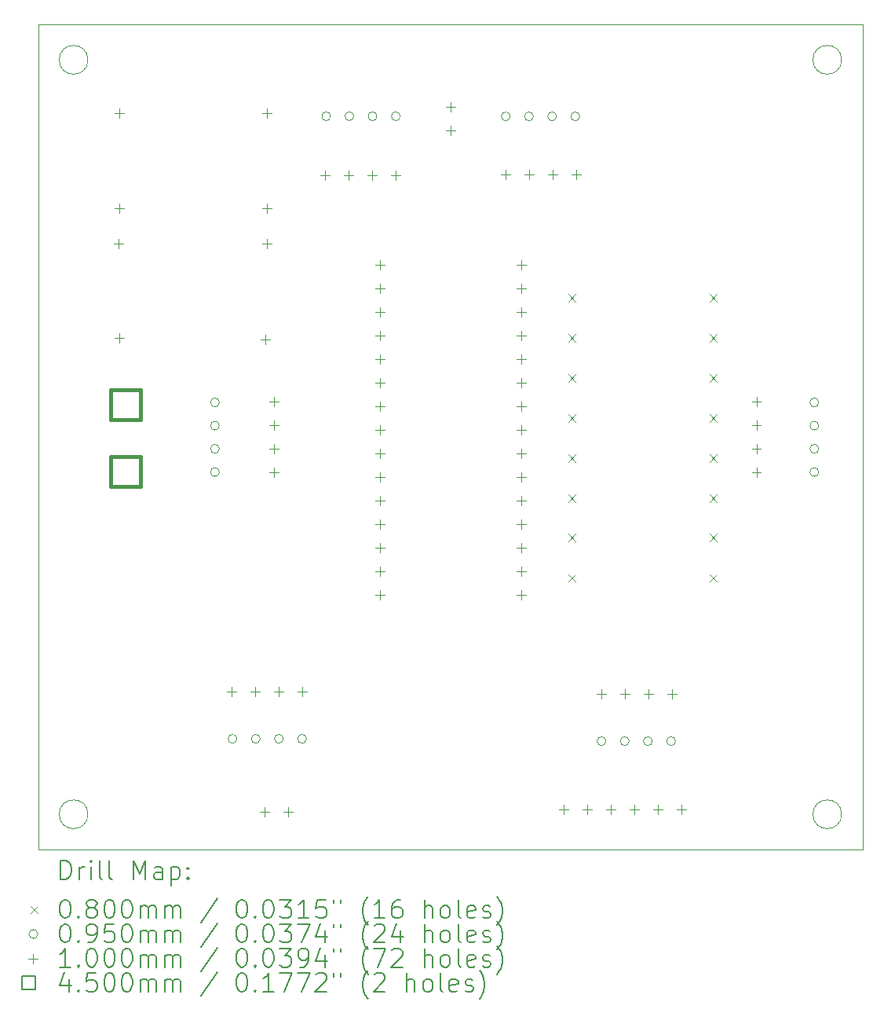
<source format=gbr>
%TF.GenerationSoftware,KiCad,Pcbnew,7.0.1*%
%TF.CreationDate,2023-05-08T23:11:17+02:00*%
%TF.ProjectId,rockobot,726f636b-6f62-46f7-942e-6b696361645f,V1*%
%TF.SameCoordinates,Original*%
%TF.FileFunction,Drillmap*%
%TF.FilePolarity,Positive*%
%FSLAX45Y45*%
G04 Gerber Fmt 4.5, Leading zero omitted, Abs format (unit mm)*
G04 Created by KiCad (PCBNEW 7.0.1) date 2023-05-08 23:11:17*
%MOMM*%
%LPD*%
G01*
G04 APERTURE LIST*
%ADD10C,0.100000*%
%ADD11C,0.200000*%
%ADD12C,0.080000*%
%ADD13C,0.095000*%
%ADD14C,0.450000*%
G04 APERTURE END LIST*
D10*
X10442000Y-14605000D02*
G75*
G03*
X10442000Y-14605000I-155000J0D01*
G01*
X9906000Y-6096000D02*
X18796000Y-6096000D01*
X18796000Y-14986000D01*
X9906000Y-14986000D01*
X9906000Y-6096000D01*
X18570000Y-6477000D02*
G75*
G03*
X18570000Y-6477000I-155000J0D01*
G01*
X18570000Y-14605000D02*
G75*
G03*
X18570000Y-14605000I-155000J0D01*
G01*
X10442000Y-6477000D02*
G75*
G03*
X10442000Y-6477000I-155000J0D01*
G01*
D11*
D12*
X15619100Y-9002400D02*
X15699100Y-9082400D01*
X15699100Y-9002400D02*
X15619100Y-9082400D01*
X15619100Y-9434200D02*
X15699100Y-9514200D01*
X15699100Y-9434200D02*
X15619100Y-9514200D01*
X15619100Y-9866000D02*
X15699100Y-9946000D01*
X15699100Y-9866000D02*
X15619100Y-9946000D01*
X15619100Y-10297800D02*
X15699100Y-10377800D01*
X15699100Y-10297800D02*
X15619100Y-10377800D01*
X15619100Y-10729600D02*
X15699100Y-10809600D01*
X15699100Y-10729600D02*
X15619100Y-10809600D01*
X15619100Y-11161400D02*
X15699100Y-11241400D01*
X15699100Y-11161400D02*
X15619100Y-11241400D01*
X15619100Y-11583900D02*
X15699100Y-11663900D01*
X15699100Y-11583900D02*
X15619100Y-11663900D01*
X15619100Y-12019900D02*
X15699100Y-12099900D01*
X15699100Y-12019900D02*
X15619100Y-12099900D01*
X17143100Y-9002400D02*
X17223100Y-9082400D01*
X17223100Y-9002400D02*
X17143100Y-9082400D01*
X17143100Y-9434200D02*
X17223100Y-9514200D01*
X17223100Y-9434200D02*
X17143100Y-9514200D01*
X17143100Y-9866000D02*
X17223100Y-9946000D01*
X17223100Y-9866000D02*
X17143100Y-9946000D01*
X17143100Y-10297800D02*
X17223100Y-10377800D01*
X17223100Y-10297800D02*
X17143100Y-10377800D01*
X17143100Y-10729600D02*
X17223100Y-10809600D01*
X17223100Y-10729600D02*
X17143100Y-10809600D01*
X17143100Y-11161400D02*
X17223100Y-11241400D01*
X17223100Y-11161400D02*
X17143100Y-11241400D01*
X17143100Y-11583900D02*
X17223100Y-11663900D01*
X17223100Y-11583900D02*
X17143100Y-11663900D01*
X17143100Y-12019900D02*
X17223100Y-12099900D01*
X17223100Y-12019900D02*
X17143100Y-12099900D01*
D13*
X11858500Y-10168000D02*
G75*
G03*
X11858500Y-10168000I-47500J0D01*
G01*
X11858500Y-10418000D02*
G75*
G03*
X11858500Y-10418000I-47500J0D01*
G01*
X11858500Y-10668000D02*
G75*
G03*
X11858500Y-10668000I-47500J0D01*
G01*
X11858500Y-10918000D02*
G75*
G03*
X11858500Y-10918000I-47500J0D01*
G01*
X12048300Y-13792200D02*
G75*
G03*
X12048300Y-13792200I-47500J0D01*
G01*
X12298300Y-13792200D02*
G75*
G03*
X12298300Y-13792200I-47500J0D01*
G01*
X12548300Y-13792200D02*
G75*
G03*
X12548300Y-13792200I-47500J0D01*
G01*
X12798300Y-13792200D02*
G75*
G03*
X12798300Y-13792200I-47500J0D01*
G01*
X13058300Y-7084900D02*
G75*
G03*
X13058300Y-7084900I-47500J0D01*
G01*
X13308300Y-7084900D02*
G75*
G03*
X13308300Y-7084900I-47500J0D01*
G01*
X13558300Y-7084900D02*
G75*
G03*
X13558300Y-7084900I-47500J0D01*
G01*
X13808300Y-7084900D02*
G75*
G03*
X13808300Y-7084900I-47500J0D01*
G01*
X14994700Y-7086600D02*
G75*
G03*
X14994700Y-7086600I-47500J0D01*
G01*
X15244700Y-7086600D02*
G75*
G03*
X15244700Y-7086600I-47500J0D01*
G01*
X15494700Y-7086600D02*
G75*
G03*
X15494700Y-7086600I-47500J0D01*
G01*
X15744700Y-7086600D02*
G75*
G03*
X15744700Y-7086600I-47500J0D01*
G01*
X16028100Y-13817600D02*
G75*
G03*
X16028100Y-13817600I-47500J0D01*
G01*
X16278100Y-13817600D02*
G75*
G03*
X16278100Y-13817600I-47500J0D01*
G01*
X16528100Y-13817600D02*
G75*
G03*
X16528100Y-13817600I-47500J0D01*
G01*
X16778100Y-13817600D02*
G75*
G03*
X16778100Y-13817600I-47500J0D01*
G01*
X18322800Y-10168000D02*
G75*
G03*
X18322800Y-10168000I-47500J0D01*
G01*
X18322800Y-10418000D02*
G75*
G03*
X18322800Y-10418000I-47500J0D01*
G01*
X18322800Y-10668000D02*
G75*
G03*
X18322800Y-10668000I-47500J0D01*
G01*
X18322800Y-10918000D02*
G75*
G03*
X18322800Y-10918000I-47500J0D01*
G01*
D10*
X10769600Y-8408200D02*
X10769600Y-8508200D01*
X10719600Y-8458200D02*
X10819600Y-8458200D01*
X10782300Y-6998500D02*
X10782300Y-7098500D01*
X10732300Y-7048500D02*
X10832300Y-7048500D01*
X10782300Y-8027200D02*
X10782300Y-8127200D01*
X10732300Y-8077200D02*
X10832300Y-8077200D01*
X10782300Y-9424200D02*
X10782300Y-9524200D01*
X10732300Y-9474200D02*
X10832300Y-9474200D01*
X11988800Y-13234200D02*
X11988800Y-13334200D01*
X11938800Y-13284200D02*
X12038800Y-13284200D01*
X12242800Y-13234200D02*
X12242800Y-13334200D01*
X12192800Y-13284200D02*
X12292800Y-13284200D01*
X12344400Y-14529600D02*
X12344400Y-14629600D01*
X12294400Y-14579600D02*
X12394400Y-14579600D01*
X12357100Y-9436900D02*
X12357100Y-9536900D01*
X12307100Y-9486900D02*
X12407100Y-9486900D01*
X12369800Y-6998500D02*
X12369800Y-7098500D01*
X12319800Y-7048500D02*
X12419800Y-7048500D01*
X12369800Y-8027200D02*
X12369800Y-8127200D01*
X12319800Y-8077200D02*
X12419800Y-8077200D01*
X12369800Y-8408200D02*
X12369800Y-8508200D01*
X12319800Y-8458200D02*
X12419800Y-8458200D01*
X12446000Y-10110000D02*
X12446000Y-10210000D01*
X12396000Y-10160000D02*
X12496000Y-10160000D01*
X12446000Y-10364000D02*
X12446000Y-10464000D01*
X12396000Y-10414000D02*
X12496000Y-10414000D01*
X12446000Y-10618000D02*
X12446000Y-10718000D01*
X12396000Y-10668000D02*
X12496000Y-10668000D01*
X12446000Y-10872000D02*
X12446000Y-10972000D01*
X12396000Y-10922000D02*
X12496000Y-10922000D01*
X12496800Y-13234200D02*
X12496800Y-13334200D01*
X12446800Y-13284200D02*
X12546800Y-13284200D01*
X12598400Y-14529600D02*
X12598400Y-14629600D01*
X12548400Y-14579600D02*
X12648400Y-14579600D01*
X12750800Y-13234200D02*
X12750800Y-13334200D01*
X12700800Y-13284200D02*
X12800800Y-13284200D01*
X12998800Y-7669900D02*
X12998800Y-7769900D01*
X12948800Y-7719900D02*
X13048800Y-7719900D01*
X13252800Y-7669900D02*
X13252800Y-7769900D01*
X13202800Y-7719900D02*
X13302800Y-7719900D01*
X13506800Y-7669900D02*
X13506800Y-7769900D01*
X13456800Y-7719900D02*
X13556800Y-7719900D01*
X13590000Y-8636800D02*
X13590000Y-8736800D01*
X13540000Y-8686800D02*
X13640000Y-8686800D01*
X13590000Y-8890800D02*
X13590000Y-8990800D01*
X13540000Y-8940800D02*
X13640000Y-8940800D01*
X13590000Y-9144800D02*
X13590000Y-9244800D01*
X13540000Y-9194800D02*
X13640000Y-9194800D01*
X13590000Y-9398800D02*
X13590000Y-9498800D01*
X13540000Y-9448800D02*
X13640000Y-9448800D01*
X13590000Y-9652800D02*
X13590000Y-9752800D01*
X13540000Y-9702800D02*
X13640000Y-9702800D01*
X13590000Y-9906800D02*
X13590000Y-10006800D01*
X13540000Y-9956800D02*
X13640000Y-9956800D01*
X13590000Y-10160800D02*
X13590000Y-10260800D01*
X13540000Y-10210800D02*
X13640000Y-10210800D01*
X13590000Y-10414800D02*
X13590000Y-10514800D01*
X13540000Y-10464800D02*
X13640000Y-10464800D01*
X13590000Y-10668800D02*
X13590000Y-10768800D01*
X13540000Y-10718800D02*
X13640000Y-10718800D01*
X13590000Y-10922800D02*
X13590000Y-11022800D01*
X13540000Y-10972800D02*
X13640000Y-10972800D01*
X13590000Y-11176800D02*
X13590000Y-11276800D01*
X13540000Y-11226800D02*
X13640000Y-11226800D01*
X13590000Y-11430800D02*
X13590000Y-11530800D01*
X13540000Y-11480800D02*
X13640000Y-11480800D01*
X13590000Y-11684800D02*
X13590000Y-11784800D01*
X13540000Y-11734800D02*
X13640000Y-11734800D01*
X13590000Y-11938800D02*
X13590000Y-12038800D01*
X13540000Y-11988800D02*
X13640000Y-11988800D01*
X13590000Y-12192800D02*
X13590000Y-12292800D01*
X13540000Y-12242800D02*
X13640000Y-12242800D01*
X13760800Y-7669900D02*
X13760800Y-7769900D01*
X13710800Y-7719900D02*
X13810800Y-7719900D01*
X14351000Y-6935000D02*
X14351000Y-7035000D01*
X14301000Y-6985000D02*
X14401000Y-6985000D01*
X14351000Y-7189000D02*
X14351000Y-7289000D01*
X14301000Y-7239000D02*
X14401000Y-7239000D01*
X14947900Y-7658900D02*
X14947900Y-7758900D01*
X14897900Y-7708900D02*
X14997900Y-7708900D01*
X15114000Y-8636800D02*
X15114000Y-8736800D01*
X15064000Y-8686800D02*
X15164000Y-8686800D01*
X15114000Y-8890800D02*
X15114000Y-8990800D01*
X15064000Y-8940800D02*
X15164000Y-8940800D01*
X15114000Y-9144800D02*
X15114000Y-9244800D01*
X15064000Y-9194800D02*
X15164000Y-9194800D01*
X15114000Y-9398800D02*
X15114000Y-9498800D01*
X15064000Y-9448800D02*
X15164000Y-9448800D01*
X15114000Y-9652800D02*
X15114000Y-9752800D01*
X15064000Y-9702800D02*
X15164000Y-9702800D01*
X15114000Y-9906800D02*
X15114000Y-10006800D01*
X15064000Y-9956800D02*
X15164000Y-9956800D01*
X15114000Y-10160800D02*
X15114000Y-10260800D01*
X15064000Y-10210800D02*
X15164000Y-10210800D01*
X15114000Y-10414800D02*
X15114000Y-10514800D01*
X15064000Y-10464800D02*
X15164000Y-10464800D01*
X15114000Y-10668800D02*
X15114000Y-10768800D01*
X15064000Y-10718800D02*
X15164000Y-10718800D01*
X15114000Y-10922800D02*
X15114000Y-11022800D01*
X15064000Y-10972800D02*
X15164000Y-10972800D01*
X15114000Y-11176800D02*
X15114000Y-11276800D01*
X15064000Y-11226800D02*
X15164000Y-11226800D01*
X15114000Y-11430800D02*
X15114000Y-11530800D01*
X15064000Y-11480800D02*
X15164000Y-11480800D01*
X15114000Y-11684800D02*
X15114000Y-11784800D01*
X15064000Y-11734800D02*
X15164000Y-11734800D01*
X15114000Y-11938800D02*
X15114000Y-12038800D01*
X15064000Y-11988800D02*
X15164000Y-11988800D01*
X15114000Y-12192800D02*
X15114000Y-12292800D01*
X15064000Y-12242800D02*
X15164000Y-12242800D01*
X15201900Y-7658900D02*
X15201900Y-7758900D01*
X15151900Y-7708900D02*
X15251900Y-7708900D01*
X15455900Y-7658900D02*
X15455900Y-7758900D01*
X15405900Y-7708900D02*
X15505900Y-7708900D01*
X15570200Y-14504200D02*
X15570200Y-14604200D01*
X15520200Y-14554200D02*
X15620200Y-14554200D01*
X15709900Y-7658900D02*
X15709900Y-7758900D01*
X15659900Y-7708900D02*
X15759900Y-7708900D01*
X15824200Y-14504200D02*
X15824200Y-14604200D01*
X15774200Y-14554200D02*
X15874200Y-14554200D01*
X15976600Y-13259600D02*
X15976600Y-13359600D01*
X15926600Y-13309600D02*
X16026600Y-13309600D01*
X16078200Y-14504200D02*
X16078200Y-14604200D01*
X16028200Y-14554200D02*
X16128200Y-14554200D01*
X16230600Y-13259600D02*
X16230600Y-13359600D01*
X16180600Y-13309600D02*
X16280600Y-13309600D01*
X16332200Y-14504200D02*
X16332200Y-14604200D01*
X16282200Y-14554200D02*
X16382200Y-14554200D01*
X16484600Y-13259600D02*
X16484600Y-13359600D01*
X16434600Y-13309600D02*
X16534600Y-13309600D01*
X16586200Y-14504200D02*
X16586200Y-14604200D01*
X16536200Y-14554200D02*
X16636200Y-14554200D01*
X16738600Y-13259600D02*
X16738600Y-13359600D01*
X16688600Y-13309600D02*
X16788600Y-13309600D01*
X16840200Y-14504200D02*
X16840200Y-14604200D01*
X16790200Y-14554200D02*
X16890200Y-14554200D01*
X17651300Y-10110000D02*
X17651300Y-10210000D01*
X17601300Y-10160000D02*
X17701300Y-10160000D01*
X17651300Y-10364000D02*
X17651300Y-10464000D01*
X17601300Y-10414000D02*
X17701300Y-10414000D01*
X17651300Y-10618000D02*
X17651300Y-10718000D01*
X17601300Y-10668000D02*
X17701300Y-10668000D01*
X17651300Y-10872000D02*
X17651300Y-10972000D01*
X17601300Y-10922000D02*
X17701300Y-10922000D01*
D14*
X11004901Y-10352501D02*
X11004901Y-10034299D01*
X10686699Y-10034299D01*
X10686699Y-10352501D01*
X11004901Y-10352501D01*
X11004901Y-11072501D02*
X11004901Y-10754299D01*
X10686699Y-10754299D01*
X10686699Y-11072501D01*
X11004901Y-11072501D01*
D11*
X10148619Y-15303524D02*
X10148619Y-15103524D01*
X10148619Y-15103524D02*
X10196238Y-15103524D01*
X10196238Y-15103524D02*
X10224810Y-15113048D01*
X10224810Y-15113048D02*
X10243857Y-15132095D01*
X10243857Y-15132095D02*
X10253381Y-15151143D01*
X10253381Y-15151143D02*
X10262905Y-15189238D01*
X10262905Y-15189238D02*
X10262905Y-15217809D01*
X10262905Y-15217809D02*
X10253381Y-15255905D01*
X10253381Y-15255905D02*
X10243857Y-15274952D01*
X10243857Y-15274952D02*
X10224810Y-15294000D01*
X10224810Y-15294000D02*
X10196238Y-15303524D01*
X10196238Y-15303524D02*
X10148619Y-15303524D01*
X10348619Y-15303524D02*
X10348619Y-15170190D01*
X10348619Y-15208286D02*
X10358143Y-15189238D01*
X10358143Y-15189238D02*
X10367667Y-15179714D01*
X10367667Y-15179714D02*
X10386714Y-15170190D01*
X10386714Y-15170190D02*
X10405762Y-15170190D01*
X10472429Y-15303524D02*
X10472429Y-15170190D01*
X10472429Y-15103524D02*
X10462905Y-15113048D01*
X10462905Y-15113048D02*
X10472429Y-15122571D01*
X10472429Y-15122571D02*
X10481952Y-15113048D01*
X10481952Y-15113048D02*
X10472429Y-15103524D01*
X10472429Y-15103524D02*
X10472429Y-15122571D01*
X10596238Y-15303524D02*
X10577190Y-15294000D01*
X10577190Y-15294000D02*
X10567667Y-15274952D01*
X10567667Y-15274952D02*
X10567667Y-15103524D01*
X10701000Y-15303524D02*
X10681952Y-15294000D01*
X10681952Y-15294000D02*
X10672429Y-15274952D01*
X10672429Y-15274952D02*
X10672429Y-15103524D01*
X10929571Y-15303524D02*
X10929571Y-15103524D01*
X10929571Y-15103524D02*
X10996238Y-15246381D01*
X10996238Y-15246381D02*
X11062905Y-15103524D01*
X11062905Y-15103524D02*
X11062905Y-15303524D01*
X11243857Y-15303524D02*
X11243857Y-15198762D01*
X11243857Y-15198762D02*
X11234333Y-15179714D01*
X11234333Y-15179714D02*
X11215286Y-15170190D01*
X11215286Y-15170190D02*
X11177190Y-15170190D01*
X11177190Y-15170190D02*
X11158143Y-15179714D01*
X11243857Y-15294000D02*
X11224809Y-15303524D01*
X11224809Y-15303524D02*
X11177190Y-15303524D01*
X11177190Y-15303524D02*
X11158143Y-15294000D01*
X11158143Y-15294000D02*
X11148619Y-15274952D01*
X11148619Y-15274952D02*
X11148619Y-15255905D01*
X11148619Y-15255905D02*
X11158143Y-15236857D01*
X11158143Y-15236857D02*
X11177190Y-15227333D01*
X11177190Y-15227333D02*
X11224809Y-15227333D01*
X11224809Y-15227333D02*
X11243857Y-15217809D01*
X11339095Y-15170190D02*
X11339095Y-15370190D01*
X11339095Y-15179714D02*
X11358143Y-15170190D01*
X11358143Y-15170190D02*
X11396238Y-15170190D01*
X11396238Y-15170190D02*
X11415286Y-15179714D01*
X11415286Y-15179714D02*
X11424809Y-15189238D01*
X11424809Y-15189238D02*
X11434333Y-15208286D01*
X11434333Y-15208286D02*
X11434333Y-15265428D01*
X11434333Y-15265428D02*
X11424809Y-15284476D01*
X11424809Y-15284476D02*
X11415286Y-15294000D01*
X11415286Y-15294000D02*
X11396238Y-15303524D01*
X11396238Y-15303524D02*
X11358143Y-15303524D01*
X11358143Y-15303524D02*
X11339095Y-15294000D01*
X11520048Y-15284476D02*
X11529571Y-15294000D01*
X11529571Y-15294000D02*
X11520048Y-15303524D01*
X11520048Y-15303524D02*
X11510524Y-15294000D01*
X11510524Y-15294000D02*
X11520048Y-15284476D01*
X11520048Y-15284476D02*
X11520048Y-15303524D01*
X11520048Y-15179714D02*
X11529571Y-15189238D01*
X11529571Y-15189238D02*
X11520048Y-15198762D01*
X11520048Y-15198762D02*
X11510524Y-15189238D01*
X11510524Y-15189238D02*
X11520048Y-15179714D01*
X11520048Y-15179714D02*
X11520048Y-15198762D01*
D12*
X9821000Y-15591000D02*
X9901000Y-15671000D01*
X9901000Y-15591000D02*
X9821000Y-15671000D01*
D11*
X10186714Y-15523524D02*
X10205762Y-15523524D01*
X10205762Y-15523524D02*
X10224810Y-15533048D01*
X10224810Y-15533048D02*
X10234333Y-15542571D01*
X10234333Y-15542571D02*
X10243857Y-15561619D01*
X10243857Y-15561619D02*
X10253381Y-15599714D01*
X10253381Y-15599714D02*
X10253381Y-15647333D01*
X10253381Y-15647333D02*
X10243857Y-15685428D01*
X10243857Y-15685428D02*
X10234333Y-15704476D01*
X10234333Y-15704476D02*
X10224810Y-15714000D01*
X10224810Y-15714000D02*
X10205762Y-15723524D01*
X10205762Y-15723524D02*
X10186714Y-15723524D01*
X10186714Y-15723524D02*
X10167667Y-15714000D01*
X10167667Y-15714000D02*
X10158143Y-15704476D01*
X10158143Y-15704476D02*
X10148619Y-15685428D01*
X10148619Y-15685428D02*
X10139095Y-15647333D01*
X10139095Y-15647333D02*
X10139095Y-15599714D01*
X10139095Y-15599714D02*
X10148619Y-15561619D01*
X10148619Y-15561619D02*
X10158143Y-15542571D01*
X10158143Y-15542571D02*
X10167667Y-15533048D01*
X10167667Y-15533048D02*
X10186714Y-15523524D01*
X10339095Y-15704476D02*
X10348619Y-15714000D01*
X10348619Y-15714000D02*
X10339095Y-15723524D01*
X10339095Y-15723524D02*
X10329571Y-15714000D01*
X10329571Y-15714000D02*
X10339095Y-15704476D01*
X10339095Y-15704476D02*
X10339095Y-15723524D01*
X10462905Y-15609238D02*
X10443857Y-15599714D01*
X10443857Y-15599714D02*
X10434333Y-15590190D01*
X10434333Y-15590190D02*
X10424810Y-15571143D01*
X10424810Y-15571143D02*
X10424810Y-15561619D01*
X10424810Y-15561619D02*
X10434333Y-15542571D01*
X10434333Y-15542571D02*
X10443857Y-15533048D01*
X10443857Y-15533048D02*
X10462905Y-15523524D01*
X10462905Y-15523524D02*
X10501000Y-15523524D01*
X10501000Y-15523524D02*
X10520048Y-15533048D01*
X10520048Y-15533048D02*
X10529571Y-15542571D01*
X10529571Y-15542571D02*
X10539095Y-15561619D01*
X10539095Y-15561619D02*
X10539095Y-15571143D01*
X10539095Y-15571143D02*
X10529571Y-15590190D01*
X10529571Y-15590190D02*
X10520048Y-15599714D01*
X10520048Y-15599714D02*
X10501000Y-15609238D01*
X10501000Y-15609238D02*
X10462905Y-15609238D01*
X10462905Y-15609238D02*
X10443857Y-15618762D01*
X10443857Y-15618762D02*
X10434333Y-15628286D01*
X10434333Y-15628286D02*
X10424810Y-15647333D01*
X10424810Y-15647333D02*
X10424810Y-15685428D01*
X10424810Y-15685428D02*
X10434333Y-15704476D01*
X10434333Y-15704476D02*
X10443857Y-15714000D01*
X10443857Y-15714000D02*
X10462905Y-15723524D01*
X10462905Y-15723524D02*
X10501000Y-15723524D01*
X10501000Y-15723524D02*
X10520048Y-15714000D01*
X10520048Y-15714000D02*
X10529571Y-15704476D01*
X10529571Y-15704476D02*
X10539095Y-15685428D01*
X10539095Y-15685428D02*
X10539095Y-15647333D01*
X10539095Y-15647333D02*
X10529571Y-15628286D01*
X10529571Y-15628286D02*
X10520048Y-15618762D01*
X10520048Y-15618762D02*
X10501000Y-15609238D01*
X10662905Y-15523524D02*
X10681952Y-15523524D01*
X10681952Y-15523524D02*
X10701000Y-15533048D01*
X10701000Y-15533048D02*
X10710524Y-15542571D01*
X10710524Y-15542571D02*
X10720048Y-15561619D01*
X10720048Y-15561619D02*
X10729571Y-15599714D01*
X10729571Y-15599714D02*
X10729571Y-15647333D01*
X10729571Y-15647333D02*
X10720048Y-15685428D01*
X10720048Y-15685428D02*
X10710524Y-15704476D01*
X10710524Y-15704476D02*
X10701000Y-15714000D01*
X10701000Y-15714000D02*
X10681952Y-15723524D01*
X10681952Y-15723524D02*
X10662905Y-15723524D01*
X10662905Y-15723524D02*
X10643857Y-15714000D01*
X10643857Y-15714000D02*
X10634333Y-15704476D01*
X10634333Y-15704476D02*
X10624810Y-15685428D01*
X10624810Y-15685428D02*
X10615286Y-15647333D01*
X10615286Y-15647333D02*
X10615286Y-15599714D01*
X10615286Y-15599714D02*
X10624810Y-15561619D01*
X10624810Y-15561619D02*
X10634333Y-15542571D01*
X10634333Y-15542571D02*
X10643857Y-15533048D01*
X10643857Y-15533048D02*
X10662905Y-15523524D01*
X10853381Y-15523524D02*
X10872429Y-15523524D01*
X10872429Y-15523524D02*
X10891476Y-15533048D01*
X10891476Y-15533048D02*
X10901000Y-15542571D01*
X10901000Y-15542571D02*
X10910524Y-15561619D01*
X10910524Y-15561619D02*
X10920048Y-15599714D01*
X10920048Y-15599714D02*
X10920048Y-15647333D01*
X10920048Y-15647333D02*
X10910524Y-15685428D01*
X10910524Y-15685428D02*
X10901000Y-15704476D01*
X10901000Y-15704476D02*
X10891476Y-15714000D01*
X10891476Y-15714000D02*
X10872429Y-15723524D01*
X10872429Y-15723524D02*
X10853381Y-15723524D01*
X10853381Y-15723524D02*
X10834333Y-15714000D01*
X10834333Y-15714000D02*
X10824810Y-15704476D01*
X10824810Y-15704476D02*
X10815286Y-15685428D01*
X10815286Y-15685428D02*
X10805762Y-15647333D01*
X10805762Y-15647333D02*
X10805762Y-15599714D01*
X10805762Y-15599714D02*
X10815286Y-15561619D01*
X10815286Y-15561619D02*
X10824810Y-15542571D01*
X10824810Y-15542571D02*
X10834333Y-15533048D01*
X10834333Y-15533048D02*
X10853381Y-15523524D01*
X11005762Y-15723524D02*
X11005762Y-15590190D01*
X11005762Y-15609238D02*
X11015286Y-15599714D01*
X11015286Y-15599714D02*
X11034333Y-15590190D01*
X11034333Y-15590190D02*
X11062905Y-15590190D01*
X11062905Y-15590190D02*
X11081952Y-15599714D01*
X11081952Y-15599714D02*
X11091476Y-15618762D01*
X11091476Y-15618762D02*
X11091476Y-15723524D01*
X11091476Y-15618762D02*
X11101000Y-15599714D01*
X11101000Y-15599714D02*
X11120048Y-15590190D01*
X11120048Y-15590190D02*
X11148619Y-15590190D01*
X11148619Y-15590190D02*
X11167667Y-15599714D01*
X11167667Y-15599714D02*
X11177191Y-15618762D01*
X11177191Y-15618762D02*
X11177191Y-15723524D01*
X11272429Y-15723524D02*
X11272429Y-15590190D01*
X11272429Y-15609238D02*
X11281952Y-15599714D01*
X11281952Y-15599714D02*
X11301000Y-15590190D01*
X11301000Y-15590190D02*
X11329571Y-15590190D01*
X11329571Y-15590190D02*
X11348619Y-15599714D01*
X11348619Y-15599714D02*
X11358143Y-15618762D01*
X11358143Y-15618762D02*
X11358143Y-15723524D01*
X11358143Y-15618762D02*
X11367667Y-15599714D01*
X11367667Y-15599714D02*
X11386714Y-15590190D01*
X11386714Y-15590190D02*
X11415286Y-15590190D01*
X11415286Y-15590190D02*
X11434333Y-15599714D01*
X11434333Y-15599714D02*
X11443857Y-15618762D01*
X11443857Y-15618762D02*
X11443857Y-15723524D01*
X11834333Y-15514000D02*
X11662905Y-15771143D01*
X12091476Y-15523524D02*
X12110524Y-15523524D01*
X12110524Y-15523524D02*
X12129572Y-15533048D01*
X12129572Y-15533048D02*
X12139095Y-15542571D01*
X12139095Y-15542571D02*
X12148619Y-15561619D01*
X12148619Y-15561619D02*
X12158143Y-15599714D01*
X12158143Y-15599714D02*
X12158143Y-15647333D01*
X12158143Y-15647333D02*
X12148619Y-15685428D01*
X12148619Y-15685428D02*
X12139095Y-15704476D01*
X12139095Y-15704476D02*
X12129572Y-15714000D01*
X12129572Y-15714000D02*
X12110524Y-15723524D01*
X12110524Y-15723524D02*
X12091476Y-15723524D01*
X12091476Y-15723524D02*
X12072429Y-15714000D01*
X12072429Y-15714000D02*
X12062905Y-15704476D01*
X12062905Y-15704476D02*
X12053381Y-15685428D01*
X12053381Y-15685428D02*
X12043857Y-15647333D01*
X12043857Y-15647333D02*
X12043857Y-15599714D01*
X12043857Y-15599714D02*
X12053381Y-15561619D01*
X12053381Y-15561619D02*
X12062905Y-15542571D01*
X12062905Y-15542571D02*
X12072429Y-15533048D01*
X12072429Y-15533048D02*
X12091476Y-15523524D01*
X12243857Y-15704476D02*
X12253381Y-15714000D01*
X12253381Y-15714000D02*
X12243857Y-15723524D01*
X12243857Y-15723524D02*
X12234333Y-15714000D01*
X12234333Y-15714000D02*
X12243857Y-15704476D01*
X12243857Y-15704476D02*
X12243857Y-15723524D01*
X12377191Y-15523524D02*
X12396238Y-15523524D01*
X12396238Y-15523524D02*
X12415286Y-15533048D01*
X12415286Y-15533048D02*
X12424810Y-15542571D01*
X12424810Y-15542571D02*
X12434333Y-15561619D01*
X12434333Y-15561619D02*
X12443857Y-15599714D01*
X12443857Y-15599714D02*
X12443857Y-15647333D01*
X12443857Y-15647333D02*
X12434333Y-15685428D01*
X12434333Y-15685428D02*
X12424810Y-15704476D01*
X12424810Y-15704476D02*
X12415286Y-15714000D01*
X12415286Y-15714000D02*
X12396238Y-15723524D01*
X12396238Y-15723524D02*
X12377191Y-15723524D01*
X12377191Y-15723524D02*
X12358143Y-15714000D01*
X12358143Y-15714000D02*
X12348619Y-15704476D01*
X12348619Y-15704476D02*
X12339095Y-15685428D01*
X12339095Y-15685428D02*
X12329572Y-15647333D01*
X12329572Y-15647333D02*
X12329572Y-15599714D01*
X12329572Y-15599714D02*
X12339095Y-15561619D01*
X12339095Y-15561619D02*
X12348619Y-15542571D01*
X12348619Y-15542571D02*
X12358143Y-15533048D01*
X12358143Y-15533048D02*
X12377191Y-15523524D01*
X12510524Y-15523524D02*
X12634333Y-15523524D01*
X12634333Y-15523524D02*
X12567667Y-15599714D01*
X12567667Y-15599714D02*
X12596238Y-15599714D01*
X12596238Y-15599714D02*
X12615286Y-15609238D01*
X12615286Y-15609238D02*
X12624810Y-15618762D01*
X12624810Y-15618762D02*
X12634333Y-15637809D01*
X12634333Y-15637809D02*
X12634333Y-15685428D01*
X12634333Y-15685428D02*
X12624810Y-15704476D01*
X12624810Y-15704476D02*
X12615286Y-15714000D01*
X12615286Y-15714000D02*
X12596238Y-15723524D01*
X12596238Y-15723524D02*
X12539095Y-15723524D01*
X12539095Y-15723524D02*
X12520048Y-15714000D01*
X12520048Y-15714000D02*
X12510524Y-15704476D01*
X12824810Y-15723524D02*
X12710524Y-15723524D01*
X12767667Y-15723524D02*
X12767667Y-15523524D01*
X12767667Y-15523524D02*
X12748619Y-15552095D01*
X12748619Y-15552095D02*
X12729572Y-15571143D01*
X12729572Y-15571143D02*
X12710524Y-15580667D01*
X13005762Y-15523524D02*
X12910524Y-15523524D01*
X12910524Y-15523524D02*
X12901000Y-15618762D01*
X12901000Y-15618762D02*
X12910524Y-15609238D01*
X12910524Y-15609238D02*
X12929572Y-15599714D01*
X12929572Y-15599714D02*
X12977191Y-15599714D01*
X12977191Y-15599714D02*
X12996238Y-15609238D01*
X12996238Y-15609238D02*
X13005762Y-15618762D01*
X13005762Y-15618762D02*
X13015286Y-15637809D01*
X13015286Y-15637809D02*
X13015286Y-15685428D01*
X13015286Y-15685428D02*
X13005762Y-15704476D01*
X13005762Y-15704476D02*
X12996238Y-15714000D01*
X12996238Y-15714000D02*
X12977191Y-15723524D01*
X12977191Y-15723524D02*
X12929572Y-15723524D01*
X12929572Y-15723524D02*
X12910524Y-15714000D01*
X12910524Y-15714000D02*
X12901000Y-15704476D01*
X13091476Y-15523524D02*
X13091476Y-15561619D01*
X13167667Y-15523524D02*
X13167667Y-15561619D01*
X13462905Y-15799714D02*
X13453381Y-15790190D01*
X13453381Y-15790190D02*
X13434334Y-15761619D01*
X13434334Y-15761619D02*
X13424810Y-15742571D01*
X13424810Y-15742571D02*
X13415286Y-15714000D01*
X13415286Y-15714000D02*
X13405762Y-15666381D01*
X13405762Y-15666381D02*
X13405762Y-15628286D01*
X13405762Y-15628286D02*
X13415286Y-15580667D01*
X13415286Y-15580667D02*
X13424810Y-15552095D01*
X13424810Y-15552095D02*
X13434334Y-15533048D01*
X13434334Y-15533048D02*
X13453381Y-15504476D01*
X13453381Y-15504476D02*
X13462905Y-15494952D01*
X13643857Y-15723524D02*
X13529572Y-15723524D01*
X13586714Y-15723524D02*
X13586714Y-15523524D01*
X13586714Y-15523524D02*
X13567667Y-15552095D01*
X13567667Y-15552095D02*
X13548619Y-15571143D01*
X13548619Y-15571143D02*
X13529572Y-15580667D01*
X13815286Y-15523524D02*
X13777191Y-15523524D01*
X13777191Y-15523524D02*
X13758143Y-15533048D01*
X13758143Y-15533048D02*
X13748619Y-15542571D01*
X13748619Y-15542571D02*
X13729572Y-15571143D01*
X13729572Y-15571143D02*
X13720048Y-15609238D01*
X13720048Y-15609238D02*
X13720048Y-15685428D01*
X13720048Y-15685428D02*
X13729572Y-15704476D01*
X13729572Y-15704476D02*
X13739095Y-15714000D01*
X13739095Y-15714000D02*
X13758143Y-15723524D01*
X13758143Y-15723524D02*
X13796238Y-15723524D01*
X13796238Y-15723524D02*
X13815286Y-15714000D01*
X13815286Y-15714000D02*
X13824810Y-15704476D01*
X13824810Y-15704476D02*
X13834334Y-15685428D01*
X13834334Y-15685428D02*
X13834334Y-15637809D01*
X13834334Y-15637809D02*
X13824810Y-15618762D01*
X13824810Y-15618762D02*
X13815286Y-15609238D01*
X13815286Y-15609238D02*
X13796238Y-15599714D01*
X13796238Y-15599714D02*
X13758143Y-15599714D01*
X13758143Y-15599714D02*
X13739095Y-15609238D01*
X13739095Y-15609238D02*
X13729572Y-15618762D01*
X13729572Y-15618762D02*
X13720048Y-15637809D01*
X14072429Y-15723524D02*
X14072429Y-15523524D01*
X14158143Y-15723524D02*
X14158143Y-15618762D01*
X14158143Y-15618762D02*
X14148619Y-15599714D01*
X14148619Y-15599714D02*
X14129572Y-15590190D01*
X14129572Y-15590190D02*
X14101000Y-15590190D01*
X14101000Y-15590190D02*
X14081953Y-15599714D01*
X14081953Y-15599714D02*
X14072429Y-15609238D01*
X14281953Y-15723524D02*
X14262905Y-15714000D01*
X14262905Y-15714000D02*
X14253381Y-15704476D01*
X14253381Y-15704476D02*
X14243857Y-15685428D01*
X14243857Y-15685428D02*
X14243857Y-15628286D01*
X14243857Y-15628286D02*
X14253381Y-15609238D01*
X14253381Y-15609238D02*
X14262905Y-15599714D01*
X14262905Y-15599714D02*
X14281953Y-15590190D01*
X14281953Y-15590190D02*
X14310524Y-15590190D01*
X14310524Y-15590190D02*
X14329572Y-15599714D01*
X14329572Y-15599714D02*
X14339096Y-15609238D01*
X14339096Y-15609238D02*
X14348619Y-15628286D01*
X14348619Y-15628286D02*
X14348619Y-15685428D01*
X14348619Y-15685428D02*
X14339096Y-15704476D01*
X14339096Y-15704476D02*
X14329572Y-15714000D01*
X14329572Y-15714000D02*
X14310524Y-15723524D01*
X14310524Y-15723524D02*
X14281953Y-15723524D01*
X14462905Y-15723524D02*
X14443857Y-15714000D01*
X14443857Y-15714000D02*
X14434334Y-15694952D01*
X14434334Y-15694952D02*
X14434334Y-15523524D01*
X14615286Y-15714000D02*
X14596238Y-15723524D01*
X14596238Y-15723524D02*
X14558143Y-15723524D01*
X14558143Y-15723524D02*
X14539096Y-15714000D01*
X14539096Y-15714000D02*
X14529572Y-15694952D01*
X14529572Y-15694952D02*
X14529572Y-15618762D01*
X14529572Y-15618762D02*
X14539096Y-15599714D01*
X14539096Y-15599714D02*
X14558143Y-15590190D01*
X14558143Y-15590190D02*
X14596238Y-15590190D01*
X14596238Y-15590190D02*
X14615286Y-15599714D01*
X14615286Y-15599714D02*
X14624810Y-15618762D01*
X14624810Y-15618762D02*
X14624810Y-15637809D01*
X14624810Y-15637809D02*
X14529572Y-15656857D01*
X14701000Y-15714000D02*
X14720048Y-15723524D01*
X14720048Y-15723524D02*
X14758143Y-15723524D01*
X14758143Y-15723524D02*
X14777191Y-15714000D01*
X14777191Y-15714000D02*
X14786715Y-15694952D01*
X14786715Y-15694952D02*
X14786715Y-15685428D01*
X14786715Y-15685428D02*
X14777191Y-15666381D01*
X14777191Y-15666381D02*
X14758143Y-15656857D01*
X14758143Y-15656857D02*
X14729572Y-15656857D01*
X14729572Y-15656857D02*
X14710524Y-15647333D01*
X14710524Y-15647333D02*
X14701000Y-15628286D01*
X14701000Y-15628286D02*
X14701000Y-15618762D01*
X14701000Y-15618762D02*
X14710524Y-15599714D01*
X14710524Y-15599714D02*
X14729572Y-15590190D01*
X14729572Y-15590190D02*
X14758143Y-15590190D01*
X14758143Y-15590190D02*
X14777191Y-15599714D01*
X14853381Y-15799714D02*
X14862905Y-15790190D01*
X14862905Y-15790190D02*
X14881953Y-15761619D01*
X14881953Y-15761619D02*
X14891477Y-15742571D01*
X14891477Y-15742571D02*
X14901000Y-15714000D01*
X14901000Y-15714000D02*
X14910524Y-15666381D01*
X14910524Y-15666381D02*
X14910524Y-15628286D01*
X14910524Y-15628286D02*
X14901000Y-15580667D01*
X14901000Y-15580667D02*
X14891477Y-15552095D01*
X14891477Y-15552095D02*
X14881953Y-15533048D01*
X14881953Y-15533048D02*
X14862905Y-15504476D01*
X14862905Y-15504476D02*
X14853381Y-15494952D01*
D13*
X9901000Y-15895000D02*
G75*
G03*
X9901000Y-15895000I-47500J0D01*
G01*
D11*
X10186714Y-15787524D02*
X10205762Y-15787524D01*
X10205762Y-15787524D02*
X10224810Y-15797048D01*
X10224810Y-15797048D02*
X10234333Y-15806571D01*
X10234333Y-15806571D02*
X10243857Y-15825619D01*
X10243857Y-15825619D02*
X10253381Y-15863714D01*
X10253381Y-15863714D02*
X10253381Y-15911333D01*
X10253381Y-15911333D02*
X10243857Y-15949428D01*
X10243857Y-15949428D02*
X10234333Y-15968476D01*
X10234333Y-15968476D02*
X10224810Y-15978000D01*
X10224810Y-15978000D02*
X10205762Y-15987524D01*
X10205762Y-15987524D02*
X10186714Y-15987524D01*
X10186714Y-15987524D02*
X10167667Y-15978000D01*
X10167667Y-15978000D02*
X10158143Y-15968476D01*
X10158143Y-15968476D02*
X10148619Y-15949428D01*
X10148619Y-15949428D02*
X10139095Y-15911333D01*
X10139095Y-15911333D02*
X10139095Y-15863714D01*
X10139095Y-15863714D02*
X10148619Y-15825619D01*
X10148619Y-15825619D02*
X10158143Y-15806571D01*
X10158143Y-15806571D02*
X10167667Y-15797048D01*
X10167667Y-15797048D02*
X10186714Y-15787524D01*
X10339095Y-15968476D02*
X10348619Y-15978000D01*
X10348619Y-15978000D02*
X10339095Y-15987524D01*
X10339095Y-15987524D02*
X10329571Y-15978000D01*
X10329571Y-15978000D02*
X10339095Y-15968476D01*
X10339095Y-15968476D02*
X10339095Y-15987524D01*
X10443857Y-15987524D02*
X10481952Y-15987524D01*
X10481952Y-15987524D02*
X10501000Y-15978000D01*
X10501000Y-15978000D02*
X10510524Y-15968476D01*
X10510524Y-15968476D02*
X10529571Y-15939905D01*
X10529571Y-15939905D02*
X10539095Y-15901809D01*
X10539095Y-15901809D02*
X10539095Y-15825619D01*
X10539095Y-15825619D02*
X10529571Y-15806571D01*
X10529571Y-15806571D02*
X10520048Y-15797048D01*
X10520048Y-15797048D02*
X10501000Y-15787524D01*
X10501000Y-15787524D02*
X10462905Y-15787524D01*
X10462905Y-15787524D02*
X10443857Y-15797048D01*
X10443857Y-15797048D02*
X10434333Y-15806571D01*
X10434333Y-15806571D02*
X10424810Y-15825619D01*
X10424810Y-15825619D02*
X10424810Y-15873238D01*
X10424810Y-15873238D02*
X10434333Y-15892286D01*
X10434333Y-15892286D02*
X10443857Y-15901809D01*
X10443857Y-15901809D02*
X10462905Y-15911333D01*
X10462905Y-15911333D02*
X10501000Y-15911333D01*
X10501000Y-15911333D02*
X10520048Y-15901809D01*
X10520048Y-15901809D02*
X10529571Y-15892286D01*
X10529571Y-15892286D02*
X10539095Y-15873238D01*
X10720048Y-15787524D02*
X10624810Y-15787524D01*
X10624810Y-15787524D02*
X10615286Y-15882762D01*
X10615286Y-15882762D02*
X10624810Y-15873238D01*
X10624810Y-15873238D02*
X10643857Y-15863714D01*
X10643857Y-15863714D02*
X10691476Y-15863714D01*
X10691476Y-15863714D02*
X10710524Y-15873238D01*
X10710524Y-15873238D02*
X10720048Y-15882762D01*
X10720048Y-15882762D02*
X10729571Y-15901809D01*
X10729571Y-15901809D02*
X10729571Y-15949428D01*
X10729571Y-15949428D02*
X10720048Y-15968476D01*
X10720048Y-15968476D02*
X10710524Y-15978000D01*
X10710524Y-15978000D02*
X10691476Y-15987524D01*
X10691476Y-15987524D02*
X10643857Y-15987524D01*
X10643857Y-15987524D02*
X10624810Y-15978000D01*
X10624810Y-15978000D02*
X10615286Y-15968476D01*
X10853381Y-15787524D02*
X10872429Y-15787524D01*
X10872429Y-15787524D02*
X10891476Y-15797048D01*
X10891476Y-15797048D02*
X10901000Y-15806571D01*
X10901000Y-15806571D02*
X10910524Y-15825619D01*
X10910524Y-15825619D02*
X10920048Y-15863714D01*
X10920048Y-15863714D02*
X10920048Y-15911333D01*
X10920048Y-15911333D02*
X10910524Y-15949428D01*
X10910524Y-15949428D02*
X10901000Y-15968476D01*
X10901000Y-15968476D02*
X10891476Y-15978000D01*
X10891476Y-15978000D02*
X10872429Y-15987524D01*
X10872429Y-15987524D02*
X10853381Y-15987524D01*
X10853381Y-15987524D02*
X10834333Y-15978000D01*
X10834333Y-15978000D02*
X10824810Y-15968476D01*
X10824810Y-15968476D02*
X10815286Y-15949428D01*
X10815286Y-15949428D02*
X10805762Y-15911333D01*
X10805762Y-15911333D02*
X10805762Y-15863714D01*
X10805762Y-15863714D02*
X10815286Y-15825619D01*
X10815286Y-15825619D02*
X10824810Y-15806571D01*
X10824810Y-15806571D02*
X10834333Y-15797048D01*
X10834333Y-15797048D02*
X10853381Y-15787524D01*
X11005762Y-15987524D02*
X11005762Y-15854190D01*
X11005762Y-15873238D02*
X11015286Y-15863714D01*
X11015286Y-15863714D02*
X11034333Y-15854190D01*
X11034333Y-15854190D02*
X11062905Y-15854190D01*
X11062905Y-15854190D02*
X11081952Y-15863714D01*
X11081952Y-15863714D02*
X11091476Y-15882762D01*
X11091476Y-15882762D02*
X11091476Y-15987524D01*
X11091476Y-15882762D02*
X11101000Y-15863714D01*
X11101000Y-15863714D02*
X11120048Y-15854190D01*
X11120048Y-15854190D02*
X11148619Y-15854190D01*
X11148619Y-15854190D02*
X11167667Y-15863714D01*
X11167667Y-15863714D02*
X11177191Y-15882762D01*
X11177191Y-15882762D02*
X11177191Y-15987524D01*
X11272429Y-15987524D02*
X11272429Y-15854190D01*
X11272429Y-15873238D02*
X11281952Y-15863714D01*
X11281952Y-15863714D02*
X11301000Y-15854190D01*
X11301000Y-15854190D02*
X11329571Y-15854190D01*
X11329571Y-15854190D02*
X11348619Y-15863714D01*
X11348619Y-15863714D02*
X11358143Y-15882762D01*
X11358143Y-15882762D02*
X11358143Y-15987524D01*
X11358143Y-15882762D02*
X11367667Y-15863714D01*
X11367667Y-15863714D02*
X11386714Y-15854190D01*
X11386714Y-15854190D02*
X11415286Y-15854190D01*
X11415286Y-15854190D02*
X11434333Y-15863714D01*
X11434333Y-15863714D02*
X11443857Y-15882762D01*
X11443857Y-15882762D02*
X11443857Y-15987524D01*
X11834333Y-15778000D02*
X11662905Y-16035143D01*
X12091476Y-15787524D02*
X12110524Y-15787524D01*
X12110524Y-15787524D02*
X12129572Y-15797048D01*
X12129572Y-15797048D02*
X12139095Y-15806571D01*
X12139095Y-15806571D02*
X12148619Y-15825619D01*
X12148619Y-15825619D02*
X12158143Y-15863714D01*
X12158143Y-15863714D02*
X12158143Y-15911333D01*
X12158143Y-15911333D02*
X12148619Y-15949428D01*
X12148619Y-15949428D02*
X12139095Y-15968476D01*
X12139095Y-15968476D02*
X12129572Y-15978000D01*
X12129572Y-15978000D02*
X12110524Y-15987524D01*
X12110524Y-15987524D02*
X12091476Y-15987524D01*
X12091476Y-15987524D02*
X12072429Y-15978000D01*
X12072429Y-15978000D02*
X12062905Y-15968476D01*
X12062905Y-15968476D02*
X12053381Y-15949428D01*
X12053381Y-15949428D02*
X12043857Y-15911333D01*
X12043857Y-15911333D02*
X12043857Y-15863714D01*
X12043857Y-15863714D02*
X12053381Y-15825619D01*
X12053381Y-15825619D02*
X12062905Y-15806571D01*
X12062905Y-15806571D02*
X12072429Y-15797048D01*
X12072429Y-15797048D02*
X12091476Y-15787524D01*
X12243857Y-15968476D02*
X12253381Y-15978000D01*
X12253381Y-15978000D02*
X12243857Y-15987524D01*
X12243857Y-15987524D02*
X12234333Y-15978000D01*
X12234333Y-15978000D02*
X12243857Y-15968476D01*
X12243857Y-15968476D02*
X12243857Y-15987524D01*
X12377191Y-15787524D02*
X12396238Y-15787524D01*
X12396238Y-15787524D02*
X12415286Y-15797048D01*
X12415286Y-15797048D02*
X12424810Y-15806571D01*
X12424810Y-15806571D02*
X12434333Y-15825619D01*
X12434333Y-15825619D02*
X12443857Y-15863714D01*
X12443857Y-15863714D02*
X12443857Y-15911333D01*
X12443857Y-15911333D02*
X12434333Y-15949428D01*
X12434333Y-15949428D02*
X12424810Y-15968476D01*
X12424810Y-15968476D02*
X12415286Y-15978000D01*
X12415286Y-15978000D02*
X12396238Y-15987524D01*
X12396238Y-15987524D02*
X12377191Y-15987524D01*
X12377191Y-15987524D02*
X12358143Y-15978000D01*
X12358143Y-15978000D02*
X12348619Y-15968476D01*
X12348619Y-15968476D02*
X12339095Y-15949428D01*
X12339095Y-15949428D02*
X12329572Y-15911333D01*
X12329572Y-15911333D02*
X12329572Y-15863714D01*
X12329572Y-15863714D02*
X12339095Y-15825619D01*
X12339095Y-15825619D02*
X12348619Y-15806571D01*
X12348619Y-15806571D02*
X12358143Y-15797048D01*
X12358143Y-15797048D02*
X12377191Y-15787524D01*
X12510524Y-15787524D02*
X12634333Y-15787524D01*
X12634333Y-15787524D02*
X12567667Y-15863714D01*
X12567667Y-15863714D02*
X12596238Y-15863714D01*
X12596238Y-15863714D02*
X12615286Y-15873238D01*
X12615286Y-15873238D02*
X12624810Y-15882762D01*
X12624810Y-15882762D02*
X12634333Y-15901809D01*
X12634333Y-15901809D02*
X12634333Y-15949428D01*
X12634333Y-15949428D02*
X12624810Y-15968476D01*
X12624810Y-15968476D02*
X12615286Y-15978000D01*
X12615286Y-15978000D02*
X12596238Y-15987524D01*
X12596238Y-15987524D02*
X12539095Y-15987524D01*
X12539095Y-15987524D02*
X12520048Y-15978000D01*
X12520048Y-15978000D02*
X12510524Y-15968476D01*
X12701000Y-15787524D02*
X12834333Y-15787524D01*
X12834333Y-15787524D02*
X12748619Y-15987524D01*
X12996238Y-15854190D02*
X12996238Y-15987524D01*
X12948619Y-15778000D02*
X12901000Y-15920857D01*
X12901000Y-15920857D02*
X13024810Y-15920857D01*
X13091476Y-15787524D02*
X13091476Y-15825619D01*
X13167667Y-15787524D02*
X13167667Y-15825619D01*
X13462905Y-16063714D02*
X13453381Y-16054190D01*
X13453381Y-16054190D02*
X13434334Y-16025619D01*
X13434334Y-16025619D02*
X13424810Y-16006571D01*
X13424810Y-16006571D02*
X13415286Y-15978000D01*
X13415286Y-15978000D02*
X13405762Y-15930381D01*
X13405762Y-15930381D02*
X13405762Y-15892286D01*
X13405762Y-15892286D02*
X13415286Y-15844667D01*
X13415286Y-15844667D02*
X13424810Y-15816095D01*
X13424810Y-15816095D02*
X13434334Y-15797048D01*
X13434334Y-15797048D02*
X13453381Y-15768476D01*
X13453381Y-15768476D02*
X13462905Y-15758952D01*
X13529572Y-15806571D02*
X13539095Y-15797048D01*
X13539095Y-15797048D02*
X13558143Y-15787524D01*
X13558143Y-15787524D02*
X13605762Y-15787524D01*
X13605762Y-15787524D02*
X13624810Y-15797048D01*
X13624810Y-15797048D02*
X13634334Y-15806571D01*
X13634334Y-15806571D02*
X13643857Y-15825619D01*
X13643857Y-15825619D02*
X13643857Y-15844667D01*
X13643857Y-15844667D02*
X13634334Y-15873238D01*
X13634334Y-15873238D02*
X13520048Y-15987524D01*
X13520048Y-15987524D02*
X13643857Y-15987524D01*
X13815286Y-15854190D02*
X13815286Y-15987524D01*
X13767667Y-15778000D02*
X13720048Y-15920857D01*
X13720048Y-15920857D02*
X13843857Y-15920857D01*
X14072429Y-15987524D02*
X14072429Y-15787524D01*
X14158143Y-15987524D02*
X14158143Y-15882762D01*
X14158143Y-15882762D02*
X14148619Y-15863714D01*
X14148619Y-15863714D02*
X14129572Y-15854190D01*
X14129572Y-15854190D02*
X14101000Y-15854190D01*
X14101000Y-15854190D02*
X14081953Y-15863714D01*
X14081953Y-15863714D02*
X14072429Y-15873238D01*
X14281953Y-15987524D02*
X14262905Y-15978000D01*
X14262905Y-15978000D02*
X14253381Y-15968476D01*
X14253381Y-15968476D02*
X14243857Y-15949428D01*
X14243857Y-15949428D02*
X14243857Y-15892286D01*
X14243857Y-15892286D02*
X14253381Y-15873238D01*
X14253381Y-15873238D02*
X14262905Y-15863714D01*
X14262905Y-15863714D02*
X14281953Y-15854190D01*
X14281953Y-15854190D02*
X14310524Y-15854190D01*
X14310524Y-15854190D02*
X14329572Y-15863714D01*
X14329572Y-15863714D02*
X14339096Y-15873238D01*
X14339096Y-15873238D02*
X14348619Y-15892286D01*
X14348619Y-15892286D02*
X14348619Y-15949428D01*
X14348619Y-15949428D02*
X14339096Y-15968476D01*
X14339096Y-15968476D02*
X14329572Y-15978000D01*
X14329572Y-15978000D02*
X14310524Y-15987524D01*
X14310524Y-15987524D02*
X14281953Y-15987524D01*
X14462905Y-15987524D02*
X14443857Y-15978000D01*
X14443857Y-15978000D02*
X14434334Y-15958952D01*
X14434334Y-15958952D02*
X14434334Y-15787524D01*
X14615286Y-15978000D02*
X14596238Y-15987524D01*
X14596238Y-15987524D02*
X14558143Y-15987524D01*
X14558143Y-15987524D02*
X14539096Y-15978000D01*
X14539096Y-15978000D02*
X14529572Y-15958952D01*
X14529572Y-15958952D02*
X14529572Y-15882762D01*
X14529572Y-15882762D02*
X14539096Y-15863714D01*
X14539096Y-15863714D02*
X14558143Y-15854190D01*
X14558143Y-15854190D02*
X14596238Y-15854190D01*
X14596238Y-15854190D02*
X14615286Y-15863714D01*
X14615286Y-15863714D02*
X14624810Y-15882762D01*
X14624810Y-15882762D02*
X14624810Y-15901809D01*
X14624810Y-15901809D02*
X14529572Y-15920857D01*
X14701000Y-15978000D02*
X14720048Y-15987524D01*
X14720048Y-15987524D02*
X14758143Y-15987524D01*
X14758143Y-15987524D02*
X14777191Y-15978000D01*
X14777191Y-15978000D02*
X14786715Y-15958952D01*
X14786715Y-15958952D02*
X14786715Y-15949428D01*
X14786715Y-15949428D02*
X14777191Y-15930381D01*
X14777191Y-15930381D02*
X14758143Y-15920857D01*
X14758143Y-15920857D02*
X14729572Y-15920857D01*
X14729572Y-15920857D02*
X14710524Y-15911333D01*
X14710524Y-15911333D02*
X14701000Y-15892286D01*
X14701000Y-15892286D02*
X14701000Y-15882762D01*
X14701000Y-15882762D02*
X14710524Y-15863714D01*
X14710524Y-15863714D02*
X14729572Y-15854190D01*
X14729572Y-15854190D02*
X14758143Y-15854190D01*
X14758143Y-15854190D02*
X14777191Y-15863714D01*
X14853381Y-16063714D02*
X14862905Y-16054190D01*
X14862905Y-16054190D02*
X14881953Y-16025619D01*
X14881953Y-16025619D02*
X14891477Y-16006571D01*
X14891477Y-16006571D02*
X14901000Y-15978000D01*
X14901000Y-15978000D02*
X14910524Y-15930381D01*
X14910524Y-15930381D02*
X14910524Y-15892286D01*
X14910524Y-15892286D02*
X14901000Y-15844667D01*
X14901000Y-15844667D02*
X14891477Y-15816095D01*
X14891477Y-15816095D02*
X14881953Y-15797048D01*
X14881953Y-15797048D02*
X14862905Y-15768476D01*
X14862905Y-15768476D02*
X14853381Y-15758952D01*
D10*
X9851000Y-16109000D02*
X9851000Y-16209000D01*
X9801000Y-16159000D02*
X9901000Y-16159000D01*
D11*
X10253381Y-16251524D02*
X10139095Y-16251524D01*
X10196238Y-16251524D02*
X10196238Y-16051524D01*
X10196238Y-16051524D02*
X10177190Y-16080095D01*
X10177190Y-16080095D02*
X10158143Y-16099143D01*
X10158143Y-16099143D02*
X10139095Y-16108667D01*
X10339095Y-16232476D02*
X10348619Y-16242000D01*
X10348619Y-16242000D02*
X10339095Y-16251524D01*
X10339095Y-16251524D02*
X10329571Y-16242000D01*
X10329571Y-16242000D02*
X10339095Y-16232476D01*
X10339095Y-16232476D02*
X10339095Y-16251524D01*
X10472429Y-16051524D02*
X10491476Y-16051524D01*
X10491476Y-16051524D02*
X10510524Y-16061048D01*
X10510524Y-16061048D02*
X10520048Y-16070571D01*
X10520048Y-16070571D02*
X10529571Y-16089619D01*
X10529571Y-16089619D02*
X10539095Y-16127714D01*
X10539095Y-16127714D02*
X10539095Y-16175333D01*
X10539095Y-16175333D02*
X10529571Y-16213428D01*
X10529571Y-16213428D02*
X10520048Y-16232476D01*
X10520048Y-16232476D02*
X10510524Y-16242000D01*
X10510524Y-16242000D02*
X10491476Y-16251524D01*
X10491476Y-16251524D02*
X10472429Y-16251524D01*
X10472429Y-16251524D02*
X10453381Y-16242000D01*
X10453381Y-16242000D02*
X10443857Y-16232476D01*
X10443857Y-16232476D02*
X10434333Y-16213428D01*
X10434333Y-16213428D02*
X10424810Y-16175333D01*
X10424810Y-16175333D02*
X10424810Y-16127714D01*
X10424810Y-16127714D02*
X10434333Y-16089619D01*
X10434333Y-16089619D02*
X10443857Y-16070571D01*
X10443857Y-16070571D02*
X10453381Y-16061048D01*
X10453381Y-16061048D02*
X10472429Y-16051524D01*
X10662905Y-16051524D02*
X10681952Y-16051524D01*
X10681952Y-16051524D02*
X10701000Y-16061048D01*
X10701000Y-16061048D02*
X10710524Y-16070571D01*
X10710524Y-16070571D02*
X10720048Y-16089619D01*
X10720048Y-16089619D02*
X10729571Y-16127714D01*
X10729571Y-16127714D02*
X10729571Y-16175333D01*
X10729571Y-16175333D02*
X10720048Y-16213428D01*
X10720048Y-16213428D02*
X10710524Y-16232476D01*
X10710524Y-16232476D02*
X10701000Y-16242000D01*
X10701000Y-16242000D02*
X10681952Y-16251524D01*
X10681952Y-16251524D02*
X10662905Y-16251524D01*
X10662905Y-16251524D02*
X10643857Y-16242000D01*
X10643857Y-16242000D02*
X10634333Y-16232476D01*
X10634333Y-16232476D02*
X10624810Y-16213428D01*
X10624810Y-16213428D02*
X10615286Y-16175333D01*
X10615286Y-16175333D02*
X10615286Y-16127714D01*
X10615286Y-16127714D02*
X10624810Y-16089619D01*
X10624810Y-16089619D02*
X10634333Y-16070571D01*
X10634333Y-16070571D02*
X10643857Y-16061048D01*
X10643857Y-16061048D02*
X10662905Y-16051524D01*
X10853381Y-16051524D02*
X10872429Y-16051524D01*
X10872429Y-16051524D02*
X10891476Y-16061048D01*
X10891476Y-16061048D02*
X10901000Y-16070571D01*
X10901000Y-16070571D02*
X10910524Y-16089619D01*
X10910524Y-16089619D02*
X10920048Y-16127714D01*
X10920048Y-16127714D02*
X10920048Y-16175333D01*
X10920048Y-16175333D02*
X10910524Y-16213428D01*
X10910524Y-16213428D02*
X10901000Y-16232476D01*
X10901000Y-16232476D02*
X10891476Y-16242000D01*
X10891476Y-16242000D02*
X10872429Y-16251524D01*
X10872429Y-16251524D02*
X10853381Y-16251524D01*
X10853381Y-16251524D02*
X10834333Y-16242000D01*
X10834333Y-16242000D02*
X10824810Y-16232476D01*
X10824810Y-16232476D02*
X10815286Y-16213428D01*
X10815286Y-16213428D02*
X10805762Y-16175333D01*
X10805762Y-16175333D02*
X10805762Y-16127714D01*
X10805762Y-16127714D02*
X10815286Y-16089619D01*
X10815286Y-16089619D02*
X10824810Y-16070571D01*
X10824810Y-16070571D02*
X10834333Y-16061048D01*
X10834333Y-16061048D02*
X10853381Y-16051524D01*
X11005762Y-16251524D02*
X11005762Y-16118190D01*
X11005762Y-16137238D02*
X11015286Y-16127714D01*
X11015286Y-16127714D02*
X11034333Y-16118190D01*
X11034333Y-16118190D02*
X11062905Y-16118190D01*
X11062905Y-16118190D02*
X11081952Y-16127714D01*
X11081952Y-16127714D02*
X11091476Y-16146762D01*
X11091476Y-16146762D02*
X11091476Y-16251524D01*
X11091476Y-16146762D02*
X11101000Y-16127714D01*
X11101000Y-16127714D02*
X11120048Y-16118190D01*
X11120048Y-16118190D02*
X11148619Y-16118190D01*
X11148619Y-16118190D02*
X11167667Y-16127714D01*
X11167667Y-16127714D02*
X11177191Y-16146762D01*
X11177191Y-16146762D02*
X11177191Y-16251524D01*
X11272429Y-16251524D02*
X11272429Y-16118190D01*
X11272429Y-16137238D02*
X11281952Y-16127714D01*
X11281952Y-16127714D02*
X11301000Y-16118190D01*
X11301000Y-16118190D02*
X11329571Y-16118190D01*
X11329571Y-16118190D02*
X11348619Y-16127714D01*
X11348619Y-16127714D02*
X11358143Y-16146762D01*
X11358143Y-16146762D02*
X11358143Y-16251524D01*
X11358143Y-16146762D02*
X11367667Y-16127714D01*
X11367667Y-16127714D02*
X11386714Y-16118190D01*
X11386714Y-16118190D02*
X11415286Y-16118190D01*
X11415286Y-16118190D02*
X11434333Y-16127714D01*
X11434333Y-16127714D02*
X11443857Y-16146762D01*
X11443857Y-16146762D02*
X11443857Y-16251524D01*
X11834333Y-16042000D02*
X11662905Y-16299143D01*
X12091476Y-16051524D02*
X12110524Y-16051524D01*
X12110524Y-16051524D02*
X12129572Y-16061048D01*
X12129572Y-16061048D02*
X12139095Y-16070571D01*
X12139095Y-16070571D02*
X12148619Y-16089619D01*
X12148619Y-16089619D02*
X12158143Y-16127714D01*
X12158143Y-16127714D02*
X12158143Y-16175333D01*
X12158143Y-16175333D02*
X12148619Y-16213428D01*
X12148619Y-16213428D02*
X12139095Y-16232476D01*
X12139095Y-16232476D02*
X12129572Y-16242000D01*
X12129572Y-16242000D02*
X12110524Y-16251524D01*
X12110524Y-16251524D02*
X12091476Y-16251524D01*
X12091476Y-16251524D02*
X12072429Y-16242000D01*
X12072429Y-16242000D02*
X12062905Y-16232476D01*
X12062905Y-16232476D02*
X12053381Y-16213428D01*
X12053381Y-16213428D02*
X12043857Y-16175333D01*
X12043857Y-16175333D02*
X12043857Y-16127714D01*
X12043857Y-16127714D02*
X12053381Y-16089619D01*
X12053381Y-16089619D02*
X12062905Y-16070571D01*
X12062905Y-16070571D02*
X12072429Y-16061048D01*
X12072429Y-16061048D02*
X12091476Y-16051524D01*
X12243857Y-16232476D02*
X12253381Y-16242000D01*
X12253381Y-16242000D02*
X12243857Y-16251524D01*
X12243857Y-16251524D02*
X12234333Y-16242000D01*
X12234333Y-16242000D02*
X12243857Y-16232476D01*
X12243857Y-16232476D02*
X12243857Y-16251524D01*
X12377191Y-16051524D02*
X12396238Y-16051524D01*
X12396238Y-16051524D02*
X12415286Y-16061048D01*
X12415286Y-16061048D02*
X12424810Y-16070571D01*
X12424810Y-16070571D02*
X12434333Y-16089619D01*
X12434333Y-16089619D02*
X12443857Y-16127714D01*
X12443857Y-16127714D02*
X12443857Y-16175333D01*
X12443857Y-16175333D02*
X12434333Y-16213428D01*
X12434333Y-16213428D02*
X12424810Y-16232476D01*
X12424810Y-16232476D02*
X12415286Y-16242000D01*
X12415286Y-16242000D02*
X12396238Y-16251524D01*
X12396238Y-16251524D02*
X12377191Y-16251524D01*
X12377191Y-16251524D02*
X12358143Y-16242000D01*
X12358143Y-16242000D02*
X12348619Y-16232476D01*
X12348619Y-16232476D02*
X12339095Y-16213428D01*
X12339095Y-16213428D02*
X12329572Y-16175333D01*
X12329572Y-16175333D02*
X12329572Y-16127714D01*
X12329572Y-16127714D02*
X12339095Y-16089619D01*
X12339095Y-16089619D02*
X12348619Y-16070571D01*
X12348619Y-16070571D02*
X12358143Y-16061048D01*
X12358143Y-16061048D02*
X12377191Y-16051524D01*
X12510524Y-16051524D02*
X12634333Y-16051524D01*
X12634333Y-16051524D02*
X12567667Y-16127714D01*
X12567667Y-16127714D02*
X12596238Y-16127714D01*
X12596238Y-16127714D02*
X12615286Y-16137238D01*
X12615286Y-16137238D02*
X12624810Y-16146762D01*
X12624810Y-16146762D02*
X12634333Y-16165809D01*
X12634333Y-16165809D02*
X12634333Y-16213428D01*
X12634333Y-16213428D02*
X12624810Y-16232476D01*
X12624810Y-16232476D02*
X12615286Y-16242000D01*
X12615286Y-16242000D02*
X12596238Y-16251524D01*
X12596238Y-16251524D02*
X12539095Y-16251524D01*
X12539095Y-16251524D02*
X12520048Y-16242000D01*
X12520048Y-16242000D02*
X12510524Y-16232476D01*
X12729572Y-16251524D02*
X12767667Y-16251524D01*
X12767667Y-16251524D02*
X12786714Y-16242000D01*
X12786714Y-16242000D02*
X12796238Y-16232476D01*
X12796238Y-16232476D02*
X12815286Y-16203905D01*
X12815286Y-16203905D02*
X12824810Y-16165809D01*
X12824810Y-16165809D02*
X12824810Y-16089619D01*
X12824810Y-16089619D02*
X12815286Y-16070571D01*
X12815286Y-16070571D02*
X12805762Y-16061048D01*
X12805762Y-16061048D02*
X12786714Y-16051524D01*
X12786714Y-16051524D02*
X12748619Y-16051524D01*
X12748619Y-16051524D02*
X12729572Y-16061048D01*
X12729572Y-16061048D02*
X12720048Y-16070571D01*
X12720048Y-16070571D02*
X12710524Y-16089619D01*
X12710524Y-16089619D02*
X12710524Y-16137238D01*
X12710524Y-16137238D02*
X12720048Y-16156286D01*
X12720048Y-16156286D02*
X12729572Y-16165809D01*
X12729572Y-16165809D02*
X12748619Y-16175333D01*
X12748619Y-16175333D02*
X12786714Y-16175333D01*
X12786714Y-16175333D02*
X12805762Y-16165809D01*
X12805762Y-16165809D02*
X12815286Y-16156286D01*
X12815286Y-16156286D02*
X12824810Y-16137238D01*
X12996238Y-16118190D02*
X12996238Y-16251524D01*
X12948619Y-16042000D02*
X12901000Y-16184857D01*
X12901000Y-16184857D02*
X13024810Y-16184857D01*
X13091476Y-16051524D02*
X13091476Y-16089619D01*
X13167667Y-16051524D02*
X13167667Y-16089619D01*
X13462905Y-16327714D02*
X13453381Y-16318190D01*
X13453381Y-16318190D02*
X13434334Y-16289619D01*
X13434334Y-16289619D02*
X13424810Y-16270571D01*
X13424810Y-16270571D02*
X13415286Y-16242000D01*
X13415286Y-16242000D02*
X13405762Y-16194381D01*
X13405762Y-16194381D02*
X13405762Y-16156286D01*
X13405762Y-16156286D02*
X13415286Y-16108667D01*
X13415286Y-16108667D02*
X13424810Y-16080095D01*
X13424810Y-16080095D02*
X13434334Y-16061048D01*
X13434334Y-16061048D02*
X13453381Y-16032476D01*
X13453381Y-16032476D02*
X13462905Y-16022952D01*
X13520048Y-16051524D02*
X13653381Y-16051524D01*
X13653381Y-16051524D02*
X13567667Y-16251524D01*
X13720048Y-16070571D02*
X13729572Y-16061048D01*
X13729572Y-16061048D02*
X13748619Y-16051524D01*
X13748619Y-16051524D02*
X13796238Y-16051524D01*
X13796238Y-16051524D02*
X13815286Y-16061048D01*
X13815286Y-16061048D02*
X13824810Y-16070571D01*
X13824810Y-16070571D02*
X13834334Y-16089619D01*
X13834334Y-16089619D02*
X13834334Y-16108667D01*
X13834334Y-16108667D02*
X13824810Y-16137238D01*
X13824810Y-16137238D02*
X13710524Y-16251524D01*
X13710524Y-16251524D02*
X13834334Y-16251524D01*
X14072429Y-16251524D02*
X14072429Y-16051524D01*
X14158143Y-16251524D02*
X14158143Y-16146762D01*
X14158143Y-16146762D02*
X14148619Y-16127714D01*
X14148619Y-16127714D02*
X14129572Y-16118190D01*
X14129572Y-16118190D02*
X14101000Y-16118190D01*
X14101000Y-16118190D02*
X14081953Y-16127714D01*
X14081953Y-16127714D02*
X14072429Y-16137238D01*
X14281953Y-16251524D02*
X14262905Y-16242000D01*
X14262905Y-16242000D02*
X14253381Y-16232476D01*
X14253381Y-16232476D02*
X14243857Y-16213428D01*
X14243857Y-16213428D02*
X14243857Y-16156286D01*
X14243857Y-16156286D02*
X14253381Y-16137238D01*
X14253381Y-16137238D02*
X14262905Y-16127714D01*
X14262905Y-16127714D02*
X14281953Y-16118190D01*
X14281953Y-16118190D02*
X14310524Y-16118190D01*
X14310524Y-16118190D02*
X14329572Y-16127714D01*
X14329572Y-16127714D02*
X14339096Y-16137238D01*
X14339096Y-16137238D02*
X14348619Y-16156286D01*
X14348619Y-16156286D02*
X14348619Y-16213428D01*
X14348619Y-16213428D02*
X14339096Y-16232476D01*
X14339096Y-16232476D02*
X14329572Y-16242000D01*
X14329572Y-16242000D02*
X14310524Y-16251524D01*
X14310524Y-16251524D02*
X14281953Y-16251524D01*
X14462905Y-16251524D02*
X14443857Y-16242000D01*
X14443857Y-16242000D02*
X14434334Y-16222952D01*
X14434334Y-16222952D02*
X14434334Y-16051524D01*
X14615286Y-16242000D02*
X14596238Y-16251524D01*
X14596238Y-16251524D02*
X14558143Y-16251524D01*
X14558143Y-16251524D02*
X14539096Y-16242000D01*
X14539096Y-16242000D02*
X14529572Y-16222952D01*
X14529572Y-16222952D02*
X14529572Y-16146762D01*
X14529572Y-16146762D02*
X14539096Y-16127714D01*
X14539096Y-16127714D02*
X14558143Y-16118190D01*
X14558143Y-16118190D02*
X14596238Y-16118190D01*
X14596238Y-16118190D02*
X14615286Y-16127714D01*
X14615286Y-16127714D02*
X14624810Y-16146762D01*
X14624810Y-16146762D02*
X14624810Y-16165809D01*
X14624810Y-16165809D02*
X14529572Y-16184857D01*
X14701000Y-16242000D02*
X14720048Y-16251524D01*
X14720048Y-16251524D02*
X14758143Y-16251524D01*
X14758143Y-16251524D02*
X14777191Y-16242000D01*
X14777191Y-16242000D02*
X14786715Y-16222952D01*
X14786715Y-16222952D02*
X14786715Y-16213428D01*
X14786715Y-16213428D02*
X14777191Y-16194381D01*
X14777191Y-16194381D02*
X14758143Y-16184857D01*
X14758143Y-16184857D02*
X14729572Y-16184857D01*
X14729572Y-16184857D02*
X14710524Y-16175333D01*
X14710524Y-16175333D02*
X14701000Y-16156286D01*
X14701000Y-16156286D02*
X14701000Y-16146762D01*
X14701000Y-16146762D02*
X14710524Y-16127714D01*
X14710524Y-16127714D02*
X14729572Y-16118190D01*
X14729572Y-16118190D02*
X14758143Y-16118190D01*
X14758143Y-16118190D02*
X14777191Y-16127714D01*
X14853381Y-16327714D02*
X14862905Y-16318190D01*
X14862905Y-16318190D02*
X14881953Y-16289619D01*
X14881953Y-16289619D02*
X14891477Y-16270571D01*
X14891477Y-16270571D02*
X14901000Y-16242000D01*
X14901000Y-16242000D02*
X14910524Y-16194381D01*
X14910524Y-16194381D02*
X14910524Y-16156286D01*
X14910524Y-16156286D02*
X14901000Y-16108667D01*
X14901000Y-16108667D02*
X14891477Y-16080095D01*
X14891477Y-16080095D02*
X14881953Y-16061048D01*
X14881953Y-16061048D02*
X14862905Y-16032476D01*
X14862905Y-16032476D02*
X14853381Y-16022952D01*
X9871711Y-16493711D02*
X9871711Y-16352289D01*
X9730289Y-16352289D01*
X9730289Y-16493711D01*
X9871711Y-16493711D01*
X10234333Y-16382190D02*
X10234333Y-16515524D01*
X10186714Y-16306000D02*
X10139095Y-16448857D01*
X10139095Y-16448857D02*
X10262905Y-16448857D01*
X10339095Y-16496476D02*
X10348619Y-16506000D01*
X10348619Y-16506000D02*
X10339095Y-16515524D01*
X10339095Y-16515524D02*
X10329571Y-16506000D01*
X10329571Y-16506000D02*
X10339095Y-16496476D01*
X10339095Y-16496476D02*
X10339095Y-16515524D01*
X10529571Y-16315524D02*
X10434333Y-16315524D01*
X10434333Y-16315524D02*
X10424810Y-16410762D01*
X10424810Y-16410762D02*
X10434333Y-16401238D01*
X10434333Y-16401238D02*
X10453381Y-16391714D01*
X10453381Y-16391714D02*
X10501000Y-16391714D01*
X10501000Y-16391714D02*
X10520048Y-16401238D01*
X10520048Y-16401238D02*
X10529571Y-16410762D01*
X10529571Y-16410762D02*
X10539095Y-16429809D01*
X10539095Y-16429809D02*
X10539095Y-16477428D01*
X10539095Y-16477428D02*
X10529571Y-16496476D01*
X10529571Y-16496476D02*
X10520048Y-16506000D01*
X10520048Y-16506000D02*
X10501000Y-16515524D01*
X10501000Y-16515524D02*
X10453381Y-16515524D01*
X10453381Y-16515524D02*
X10434333Y-16506000D01*
X10434333Y-16506000D02*
X10424810Y-16496476D01*
X10662905Y-16315524D02*
X10681952Y-16315524D01*
X10681952Y-16315524D02*
X10701000Y-16325048D01*
X10701000Y-16325048D02*
X10710524Y-16334571D01*
X10710524Y-16334571D02*
X10720048Y-16353619D01*
X10720048Y-16353619D02*
X10729571Y-16391714D01*
X10729571Y-16391714D02*
X10729571Y-16439333D01*
X10729571Y-16439333D02*
X10720048Y-16477428D01*
X10720048Y-16477428D02*
X10710524Y-16496476D01*
X10710524Y-16496476D02*
X10701000Y-16506000D01*
X10701000Y-16506000D02*
X10681952Y-16515524D01*
X10681952Y-16515524D02*
X10662905Y-16515524D01*
X10662905Y-16515524D02*
X10643857Y-16506000D01*
X10643857Y-16506000D02*
X10634333Y-16496476D01*
X10634333Y-16496476D02*
X10624810Y-16477428D01*
X10624810Y-16477428D02*
X10615286Y-16439333D01*
X10615286Y-16439333D02*
X10615286Y-16391714D01*
X10615286Y-16391714D02*
X10624810Y-16353619D01*
X10624810Y-16353619D02*
X10634333Y-16334571D01*
X10634333Y-16334571D02*
X10643857Y-16325048D01*
X10643857Y-16325048D02*
X10662905Y-16315524D01*
X10853381Y-16315524D02*
X10872429Y-16315524D01*
X10872429Y-16315524D02*
X10891476Y-16325048D01*
X10891476Y-16325048D02*
X10901000Y-16334571D01*
X10901000Y-16334571D02*
X10910524Y-16353619D01*
X10910524Y-16353619D02*
X10920048Y-16391714D01*
X10920048Y-16391714D02*
X10920048Y-16439333D01*
X10920048Y-16439333D02*
X10910524Y-16477428D01*
X10910524Y-16477428D02*
X10901000Y-16496476D01*
X10901000Y-16496476D02*
X10891476Y-16506000D01*
X10891476Y-16506000D02*
X10872429Y-16515524D01*
X10872429Y-16515524D02*
X10853381Y-16515524D01*
X10853381Y-16515524D02*
X10834333Y-16506000D01*
X10834333Y-16506000D02*
X10824810Y-16496476D01*
X10824810Y-16496476D02*
X10815286Y-16477428D01*
X10815286Y-16477428D02*
X10805762Y-16439333D01*
X10805762Y-16439333D02*
X10805762Y-16391714D01*
X10805762Y-16391714D02*
X10815286Y-16353619D01*
X10815286Y-16353619D02*
X10824810Y-16334571D01*
X10824810Y-16334571D02*
X10834333Y-16325048D01*
X10834333Y-16325048D02*
X10853381Y-16315524D01*
X11005762Y-16515524D02*
X11005762Y-16382190D01*
X11005762Y-16401238D02*
X11015286Y-16391714D01*
X11015286Y-16391714D02*
X11034333Y-16382190D01*
X11034333Y-16382190D02*
X11062905Y-16382190D01*
X11062905Y-16382190D02*
X11081952Y-16391714D01*
X11081952Y-16391714D02*
X11091476Y-16410762D01*
X11091476Y-16410762D02*
X11091476Y-16515524D01*
X11091476Y-16410762D02*
X11101000Y-16391714D01*
X11101000Y-16391714D02*
X11120048Y-16382190D01*
X11120048Y-16382190D02*
X11148619Y-16382190D01*
X11148619Y-16382190D02*
X11167667Y-16391714D01*
X11167667Y-16391714D02*
X11177191Y-16410762D01*
X11177191Y-16410762D02*
X11177191Y-16515524D01*
X11272429Y-16515524D02*
X11272429Y-16382190D01*
X11272429Y-16401238D02*
X11281952Y-16391714D01*
X11281952Y-16391714D02*
X11301000Y-16382190D01*
X11301000Y-16382190D02*
X11329571Y-16382190D01*
X11329571Y-16382190D02*
X11348619Y-16391714D01*
X11348619Y-16391714D02*
X11358143Y-16410762D01*
X11358143Y-16410762D02*
X11358143Y-16515524D01*
X11358143Y-16410762D02*
X11367667Y-16391714D01*
X11367667Y-16391714D02*
X11386714Y-16382190D01*
X11386714Y-16382190D02*
X11415286Y-16382190D01*
X11415286Y-16382190D02*
X11434333Y-16391714D01*
X11434333Y-16391714D02*
X11443857Y-16410762D01*
X11443857Y-16410762D02*
X11443857Y-16515524D01*
X11834333Y-16306000D02*
X11662905Y-16563143D01*
X12091476Y-16315524D02*
X12110524Y-16315524D01*
X12110524Y-16315524D02*
X12129572Y-16325048D01*
X12129572Y-16325048D02*
X12139095Y-16334571D01*
X12139095Y-16334571D02*
X12148619Y-16353619D01*
X12148619Y-16353619D02*
X12158143Y-16391714D01*
X12158143Y-16391714D02*
X12158143Y-16439333D01*
X12158143Y-16439333D02*
X12148619Y-16477428D01*
X12148619Y-16477428D02*
X12139095Y-16496476D01*
X12139095Y-16496476D02*
X12129572Y-16506000D01*
X12129572Y-16506000D02*
X12110524Y-16515524D01*
X12110524Y-16515524D02*
X12091476Y-16515524D01*
X12091476Y-16515524D02*
X12072429Y-16506000D01*
X12072429Y-16506000D02*
X12062905Y-16496476D01*
X12062905Y-16496476D02*
X12053381Y-16477428D01*
X12053381Y-16477428D02*
X12043857Y-16439333D01*
X12043857Y-16439333D02*
X12043857Y-16391714D01*
X12043857Y-16391714D02*
X12053381Y-16353619D01*
X12053381Y-16353619D02*
X12062905Y-16334571D01*
X12062905Y-16334571D02*
X12072429Y-16325048D01*
X12072429Y-16325048D02*
X12091476Y-16315524D01*
X12243857Y-16496476D02*
X12253381Y-16506000D01*
X12253381Y-16506000D02*
X12243857Y-16515524D01*
X12243857Y-16515524D02*
X12234333Y-16506000D01*
X12234333Y-16506000D02*
X12243857Y-16496476D01*
X12243857Y-16496476D02*
X12243857Y-16515524D01*
X12443857Y-16515524D02*
X12329572Y-16515524D01*
X12386714Y-16515524D02*
X12386714Y-16315524D01*
X12386714Y-16315524D02*
X12367667Y-16344095D01*
X12367667Y-16344095D02*
X12348619Y-16363143D01*
X12348619Y-16363143D02*
X12329572Y-16372667D01*
X12510524Y-16315524D02*
X12643857Y-16315524D01*
X12643857Y-16315524D02*
X12558143Y-16515524D01*
X12701000Y-16315524D02*
X12834333Y-16315524D01*
X12834333Y-16315524D02*
X12748619Y-16515524D01*
X12901000Y-16334571D02*
X12910524Y-16325048D01*
X12910524Y-16325048D02*
X12929572Y-16315524D01*
X12929572Y-16315524D02*
X12977191Y-16315524D01*
X12977191Y-16315524D02*
X12996238Y-16325048D01*
X12996238Y-16325048D02*
X13005762Y-16334571D01*
X13005762Y-16334571D02*
X13015286Y-16353619D01*
X13015286Y-16353619D02*
X13015286Y-16372667D01*
X13015286Y-16372667D02*
X13005762Y-16401238D01*
X13005762Y-16401238D02*
X12891476Y-16515524D01*
X12891476Y-16515524D02*
X13015286Y-16515524D01*
X13091476Y-16315524D02*
X13091476Y-16353619D01*
X13167667Y-16315524D02*
X13167667Y-16353619D01*
X13462905Y-16591714D02*
X13453381Y-16582190D01*
X13453381Y-16582190D02*
X13434334Y-16553619D01*
X13434334Y-16553619D02*
X13424810Y-16534571D01*
X13424810Y-16534571D02*
X13415286Y-16506000D01*
X13415286Y-16506000D02*
X13405762Y-16458381D01*
X13405762Y-16458381D02*
X13405762Y-16420286D01*
X13405762Y-16420286D02*
X13415286Y-16372667D01*
X13415286Y-16372667D02*
X13424810Y-16344095D01*
X13424810Y-16344095D02*
X13434334Y-16325048D01*
X13434334Y-16325048D02*
X13453381Y-16296476D01*
X13453381Y-16296476D02*
X13462905Y-16286952D01*
X13529572Y-16334571D02*
X13539095Y-16325048D01*
X13539095Y-16325048D02*
X13558143Y-16315524D01*
X13558143Y-16315524D02*
X13605762Y-16315524D01*
X13605762Y-16315524D02*
X13624810Y-16325048D01*
X13624810Y-16325048D02*
X13634334Y-16334571D01*
X13634334Y-16334571D02*
X13643857Y-16353619D01*
X13643857Y-16353619D02*
X13643857Y-16372667D01*
X13643857Y-16372667D02*
X13634334Y-16401238D01*
X13634334Y-16401238D02*
X13520048Y-16515524D01*
X13520048Y-16515524D02*
X13643857Y-16515524D01*
X13881953Y-16515524D02*
X13881953Y-16315524D01*
X13967667Y-16515524D02*
X13967667Y-16410762D01*
X13967667Y-16410762D02*
X13958143Y-16391714D01*
X13958143Y-16391714D02*
X13939096Y-16382190D01*
X13939096Y-16382190D02*
X13910524Y-16382190D01*
X13910524Y-16382190D02*
X13891476Y-16391714D01*
X13891476Y-16391714D02*
X13881953Y-16401238D01*
X14091476Y-16515524D02*
X14072429Y-16506000D01*
X14072429Y-16506000D02*
X14062905Y-16496476D01*
X14062905Y-16496476D02*
X14053381Y-16477428D01*
X14053381Y-16477428D02*
X14053381Y-16420286D01*
X14053381Y-16420286D02*
X14062905Y-16401238D01*
X14062905Y-16401238D02*
X14072429Y-16391714D01*
X14072429Y-16391714D02*
X14091476Y-16382190D01*
X14091476Y-16382190D02*
X14120048Y-16382190D01*
X14120048Y-16382190D02*
X14139096Y-16391714D01*
X14139096Y-16391714D02*
X14148619Y-16401238D01*
X14148619Y-16401238D02*
X14158143Y-16420286D01*
X14158143Y-16420286D02*
X14158143Y-16477428D01*
X14158143Y-16477428D02*
X14148619Y-16496476D01*
X14148619Y-16496476D02*
X14139096Y-16506000D01*
X14139096Y-16506000D02*
X14120048Y-16515524D01*
X14120048Y-16515524D02*
X14091476Y-16515524D01*
X14272429Y-16515524D02*
X14253381Y-16506000D01*
X14253381Y-16506000D02*
X14243857Y-16486952D01*
X14243857Y-16486952D02*
X14243857Y-16315524D01*
X14424810Y-16506000D02*
X14405762Y-16515524D01*
X14405762Y-16515524D02*
X14367667Y-16515524D01*
X14367667Y-16515524D02*
X14348619Y-16506000D01*
X14348619Y-16506000D02*
X14339096Y-16486952D01*
X14339096Y-16486952D02*
X14339096Y-16410762D01*
X14339096Y-16410762D02*
X14348619Y-16391714D01*
X14348619Y-16391714D02*
X14367667Y-16382190D01*
X14367667Y-16382190D02*
X14405762Y-16382190D01*
X14405762Y-16382190D02*
X14424810Y-16391714D01*
X14424810Y-16391714D02*
X14434334Y-16410762D01*
X14434334Y-16410762D02*
X14434334Y-16429809D01*
X14434334Y-16429809D02*
X14339096Y-16448857D01*
X14510524Y-16506000D02*
X14529572Y-16515524D01*
X14529572Y-16515524D02*
X14567667Y-16515524D01*
X14567667Y-16515524D02*
X14586715Y-16506000D01*
X14586715Y-16506000D02*
X14596238Y-16486952D01*
X14596238Y-16486952D02*
X14596238Y-16477428D01*
X14596238Y-16477428D02*
X14586715Y-16458381D01*
X14586715Y-16458381D02*
X14567667Y-16448857D01*
X14567667Y-16448857D02*
X14539096Y-16448857D01*
X14539096Y-16448857D02*
X14520048Y-16439333D01*
X14520048Y-16439333D02*
X14510524Y-16420286D01*
X14510524Y-16420286D02*
X14510524Y-16410762D01*
X14510524Y-16410762D02*
X14520048Y-16391714D01*
X14520048Y-16391714D02*
X14539096Y-16382190D01*
X14539096Y-16382190D02*
X14567667Y-16382190D01*
X14567667Y-16382190D02*
X14586715Y-16391714D01*
X14662905Y-16591714D02*
X14672429Y-16582190D01*
X14672429Y-16582190D02*
X14691477Y-16553619D01*
X14691477Y-16553619D02*
X14701000Y-16534571D01*
X14701000Y-16534571D02*
X14710524Y-16506000D01*
X14710524Y-16506000D02*
X14720048Y-16458381D01*
X14720048Y-16458381D02*
X14720048Y-16420286D01*
X14720048Y-16420286D02*
X14710524Y-16372667D01*
X14710524Y-16372667D02*
X14701000Y-16344095D01*
X14701000Y-16344095D02*
X14691477Y-16325048D01*
X14691477Y-16325048D02*
X14672429Y-16296476D01*
X14672429Y-16296476D02*
X14662905Y-16286952D01*
M02*

</source>
